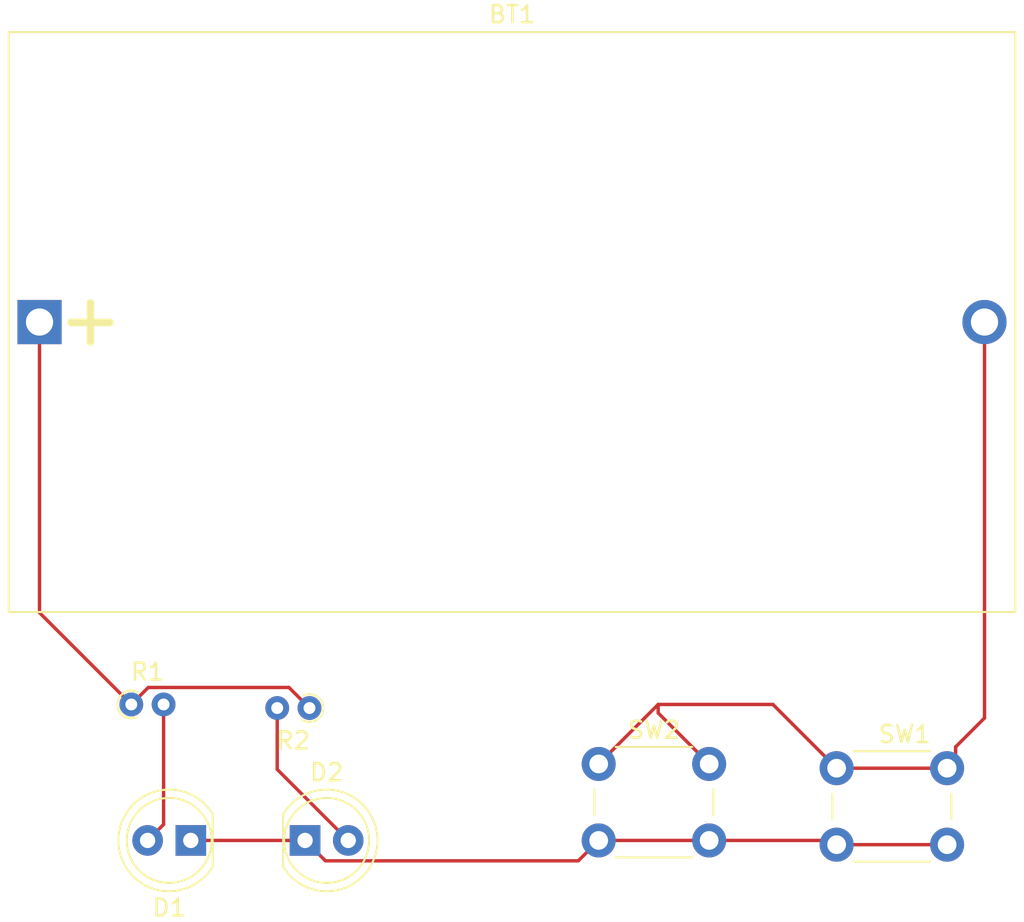
<source format=kicad_pcb>
(kicad_pcb (version 20240108) (generator "pcbnew") (generator_version "8.0")
  (layers (0 "F.Cu" signal) (31 "B.Cu" signal) (34 "B.Paste" user) (35 "F.Paste" user) (36 "B.SilkS" user "B.Silkscreen") (37 "F.SilkS" user "F.Silkscreen") (38 "B.Mask" user) (39 "F.Mask" user) (44 "Edge.Cuts" user))
  (net 0 "")
  (net 1 "Net-(BT1-+)")
  (net 2 "Net-(BT1--)")
  (net 3 "Net-(D1-A)")
  (net 4 "Net-(D1-K)")
  (net 5 "Net-(D2-A)")
  (footprint "Resistor_THT:R_Axial_DIN0204_L3.6mm_D1.6mm_P1.90mm_Vertical" (layer "F.Cu") (at 160.485 77.21 180)
    (property "Reference" "R2" (at 0.95 -1.92 0) (layer "F.SilkS"))
    (property "Value" "R")
    (fp_arc (start 0.320095 0.749359) (mid -0.813042 -0.054435) (end 0.417133 -0.7) (stroke (width 0.12)) (layer "F.SilkS"))
    (pad "1" thru_hole circle (at 0 0 180) (size 1.4 1.4) (drill 0.7) (layers "*.Cu" "*.Mask") (net 1 "Net-(BT1-+)"))
    (pad "2" thru_hole oval (at 1.9 0 180) (size 1.4 1.4) (drill 0.7) (layers "*.Cu" "*.Mask") (net 5 "Net-(D2-A)"))
  )
  (footprint "Resistor_THT:R_Axial_DIN0204_L3.6mm_D1.6mm_P1.90mm_Vertical" (layer "F.Cu") (at 150 77)
    (property "Reference" "R1" (at 0.95 -1.92 0) (layer "F.SilkS"))
    (property "Value" "R")
    (fp_arc (start 0.320095 0.749359) (mid -0.813042 -0.054435) (end 0.417133 -0.7) (stroke (width 0.12)) (layer "F.SilkS"))
    (pad "1" thru_hole circle (at 0 0) (size 1.4 1.4) (drill 0.7) (layers "*.Cu" "*.Mask") (net 1 "Net-(BT1-+)"))
    (pad "2" thru_hole oval (at 1.9 0) (size 1.4 1.4) (drill 0.7) (layers "*.Cu" "*.Mask") (net 3 "Net-(D1-A)"))
  )
  (footprint "Battery:BatteryHolder_Bulgin_BX0036_1xC" (layer "F.Cu") (at 144.6 54.5)
    (property "Reference" "BT1" (at 27.8 -18.1 0) (layer "F.SilkS"))
    (property "Value" "Battery_Cell")
    (fp_line (start -1.81 -17.06) (end -1.81 17.06) (stroke (width 0.12)) (layer "F.SilkS"))
    (fp_line (start -1.81 -17.06) (end 57.41 -17.06) (stroke (width 0.12)) (layer "F.SilkS"))
    (fp_line (start -1.81 17.06) (end 57.41 17.06) (stroke (width 0.12)) (layer "F.SilkS"))
    (fp_line (start 57.41 -17.06) (end 57.41 17.06) (stroke (width 0.12)) (layer "F.SilkS"))
    (fp_text user "+" (at 3 -0.2 0) (layer "F.SilkS") (effects (font (size 3 3) (thickness 0.45))))
    (pad "" np_thru_hole circle (at 11.9 0) (size 3.8 3.8) (drill 3.8) (layers "*.Cu" "*.Mask"))
    (pad "" np_thru_hole circle (at 43.7 0) (size 3.8 3.8) (drill 3.8) (layers "*.Cu" "*.Mask"))
    (pad "1" thru_hole rect (at 0 0) (size 2.6 2.6) (drill 1.6) (layers "*.Cu" "*.Mask") (net 1 "Net-(BT1-+)"))
    (pad "2" thru_hole circle (at 55.6 0) (size 2.6 2.6) (drill 1.6) (layers "*.Cu" "*.Mask") (net 2 "Net-(BT1--)"))
  )
  (footprint "Button_Switch_THT:SW_PUSH_6mm" (layer "F.Cu") (at 177.5 80.5)
    (property "Reference" "SW2" (at 3.25 -2 0) (layer "F.SilkS"))
    (property "Value" "SW_Push")
    (fp_line (start -0.25 1.5) (end -0.25 3) (stroke (width 0.12)) (layer "F.SilkS"))
    (fp_line (start 1 5.5) (end 5.5 5.5) (stroke (width 0.12)) (layer "F.SilkS"))
    (fp_line (start 5.5 -1) (end 1 -1) (stroke (width 0.12)) (layer "F.SilkS"))
    (fp_line (start 6.75 3) (end 6.75 1.5) (stroke (width 0.12)) (layer "F.SilkS"))
    (pad "1" thru_hole circle (at 0 0 90) (size 2 2) (drill 1.1) (layers "*.Cu" "*.Mask") (net 2 "Net-(BT1--)"))
    (pad "1" thru_hole circle (at 6.5 0 90) (size 2 2) (drill 1.1) (layers "*.Cu" "*.Mask") (net 2 "Net-(BT1--)"))
    (pad "2" thru_hole circle (at 0 4.5 90) (size 2 2) (drill 1.1) (layers "*.Cu" "*.Mask") (net 4 "Net-(D1-K)"))
    (pad "2" thru_hole circle (at 6.5 4.5 90) (size 2 2) (drill 1.1) (layers "*.Cu" "*.Mask") (net 4 "Net-(D1-K)"))
  )
  (footprint "LED_THT:LED_D5.0mm_IRGrey" (layer "F.Cu") (at 160.225 85)
    (property "Reference" "D2" (at 1.275 -4 0) (layer "F.SilkS"))
    (property "Value" "LED")
    (fp_line (start -1.29 -1.545) (end -1.29 1.545) (stroke (width 0.12)) (layer "F.SilkS"))
    (fp_arc (start -1.29 -1.54483) (mid 2.071756 -2.880501) (end 4.26 -0.000048) (stroke (width 0.12)) (layer "F.SilkS"))
    (fp_arc (start 4.26 0.000048) (mid 2.071756 2.880501) (end -1.29 1.54483) (stroke (width 0.12)) (layer "F.SilkS"))
    (fp_circle (center 1.27 0) (end 3.77 0) (stroke (width 0.12)) (fill none) (layer "F.SilkS"))
    (pad "1" thru_hole rect (at 0 0) (size 1.8 1.8) (drill 0.9) (layers "*.Cu" "*.Mask") (net 4 "Net-(D1-K)"))
    (pad "2" thru_hole circle (at 2.54 0) (size 1.8 1.8) (drill 0.9) (layers "*.Cu" "*.Mask") (net 5 "Net-(D2-A)"))
  )
  (footprint "Button_Switch_THT:SW_PUSH_6mm" (layer "F.Cu") (at 191.5 80.75)
    (property "Reference" "SW1" (at 4 -2 0) (layer "F.SilkS"))
    (property "Value" "SW_Push")
    (fp_line (start -0.25 1.5) (end -0.25 3) (stroke (width 0.12)) (layer "F.SilkS"))
    (fp_line (start 1 5.5) (end 5.5 5.5) (stroke (width 0.12)) (layer "F.SilkS"))
    (fp_line (start 5.5 -1) (end 1 -1) (stroke (width 0.12)) (layer "F.SilkS"))
    (fp_line (start 6.75 3) (end 6.75 1.5) (stroke (width 0.12)) (layer "F.SilkS"))
    (pad "1" thru_hole circle (at 0 0 90) (size 2 2) (drill 1.1) (layers "*.Cu" "*.Mask") (net 2 "Net-(BT1--)"))
    (pad "1" thru_hole circle (at 6.5 0 90) (size 2 2) (drill 1.1) (layers "*.Cu" "*.Mask") (net 2 "Net-(BT1--)"))
    (pad "2" thru_hole circle (at 0 4.5 90) (size 2 2) (drill 1.1) (layers "*.Cu" "*.Mask") (net 4 "Net-(D1-K)"))
    (pad "2" thru_hole circle (at 6.5 4.5 90) (size 2 2) (drill 1.1) (layers "*.Cu" "*.Mask") (net 4 "Net-(D1-K)"))
  )
  (footprint "LED_THT:LED_D5.0mm_IRGrey" (layer "F.Cu") (at 153.5 85 180)
    (property "Reference" "D1" (at 1.27 -3.96 0) (layer "F.SilkS"))
    (property "Value" "LED")
    (fp_line (start -1.29 -1.545) (end -1.29 1.545) (stroke (width 0.12)) (layer "F.SilkS"))
    (fp_arc (start 4.26 0.000048) (mid 2.071756 2.880501) (end -1.29 1.54483) (stroke (width 0.12)) (layer "F.SilkS"))
    (fp_arc (start -1.29 -1.54483) (mid 2.071756 -2.880501) (end 4.26 -0.000048) (stroke (width 0.12)) (layer "F.SilkS"))
    (fp_circle (center 1.27 0) (end 3.77 0) (stroke (width 0.12)) (fill none) (layer "F.SilkS"))
    (pad "1" thru_hole rect (at 0 0 180) (size 1.8 1.8) (drill 0.9) (layers "*.Cu" "*.Mask") (net 4 "Net-(D1-K)"))
    (pad "2" thru_hole circle (at 2.54 0 180) (size 1.8 1.8) (drill 0.9) (layers "*.Cu" "*.Mask") (net 3 "Net-(D1-A)"))
  )
  (segment (start 150 77) (end 151 76) (width 0.2) (layer "F.Cu") (net 1))
  (segment (start 144.6 54.5) (end 144.6 71.6) (width 0.2) (layer "F.Cu") (net 1))
  (segment (start 144.6 71.6) (end 150 77) (width 0.2) (layer "F.Cu") (net 1))
  (segment (start 159.275 76) (end 160.485 77.21) (width 0.2) (layer "F.Cu") (net 1))
  (segment (start 151 76) (end 159.275 76) (width 0.2) (layer "F.Cu") (net 1))
  (segment (start 187.75 77) (end 191.5 80.75) (width 0.2) (layer "F.Cu") (net 2))
  (segment (start 181 77.5) (end 181 77) (width 0.2) (layer "F.Cu") (net 2))
  (segment (start 200.2 54.5) (end 200.2 77.8) (width 0.2) (layer "F.Cu") (net 2))
  (segment (start 191.5 80.75) (end 198 80.75) (width 0.2) (layer "F.Cu") (net 2))
  (segment (start 198.5 80.25) (end 198 80.75) (width 0.2) (layer "F.Cu") (net 2))
  (segment (start 200.2 77.8) (end 198.5 79.5) (width 0.2) (layer "F.Cu") (net 2))
  (segment (start 177.5 80.5) (end 181 77) (width 0.2) (layer "F.Cu") (net 2))
  (segment (start 181 77) (end 187.75 77) (width 0.2) (layer "F.Cu") (net 2))
  (segment (start 184 80.5) (end 181 77.5) (width 0.2) (layer "F.Cu") (net 2))
  (segment (start 198.5 79.5) (end 198.5 80.25) (width 0.2) (layer "F.Cu") (net 2))
  (segment (start 151.9 77) (end 151.9 84.06) (width 0.2) (layer "F.Cu") (net 3))
  (segment (start 151.9 84.06) (end 150.96 85) (width 0.2) (layer "F.Cu") (net 3))
  (segment (start 184 85) (end 177.5 85) (width 0.2) (layer "F.Cu") (net 4))
  (segment (start 198 85.25) (end 191.5 85.25) (width 0.2) (layer "F.Cu") (net 4))
  (segment (start 177.5 85) (end 176.3 86.2) (width 0.2) (layer "F.Cu") (net 4))
  (segment (start 161.425 86.2) (end 160.225 85) (width 0.2) (layer "F.Cu") (net 4))
  (segment (start 191.25 85) (end 191.5 85.25) (width 0.2) (layer "F.Cu") (net 4))
  (segment (start 153.5 85) (end 160.225 85) (width 0.2) (layer "F.Cu") (net 4))
  (segment (start 176.3 86.2) (end 161.425 86.2) (width 0.2) (layer "F.Cu") (net 4))
  (segment (start 184 85) (end 191.25 85) (width 0.2) (layer "F.Cu") (net 4))
  (segment (start 158.585 80.82) (end 162.765 85) (width 0.2) (layer "F.Cu") (net 5))
  (segment (start 158.585 77.21) (end 158.585 80.82) (width 0.2) (layer "F.Cu") (net 5))
)
</source>
